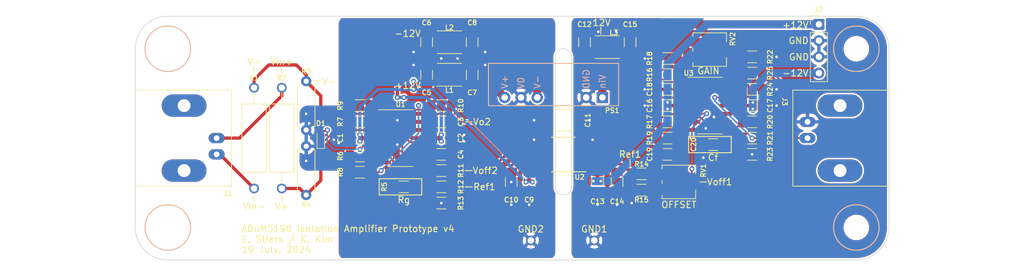
<source format=kicad_pcb>
(kicad_pcb (version 20221018) (generator pcbnew)

  (general
    (thickness 1.6)
  )

  (paper "A4")
  (layers
    (0 "F.Cu" signal)
    (31 "B.Cu" signal)
    (32 "B.Adhes" user "B.Adhesive")
    (33 "F.Adhes" user "F.Adhesive")
    (34 "B.Paste" user)
    (35 "F.Paste" user)
    (36 "B.SilkS" user "B.Silkscreen")
    (37 "F.SilkS" user "F.Silkscreen")
    (38 "B.Mask" user)
    (39 "F.Mask" user)
    (40 "Dwgs.User" user "User.Drawings")
    (41 "Cmts.User" user "User.Comments")
    (42 "Eco1.User" user "User.Eco1")
    (43 "Eco2.User" user "User.Eco2")
    (44 "Edge.Cuts" user)
    (45 "Margin" user)
    (46 "B.CrtYd" user "B.Courtyard")
    (47 "F.CrtYd" user "F.Courtyard")
    (48 "B.Fab" user)
    (49 "F.Fab" user)
    (50 "User.1" user)
    (51 "User.2" user)
    (52 "User.3" user)
    (53 "User.4" user)
    (54 "User.5" user)
    (55 "User.6" user)
    (56 "User.7" user)
    (57 "User.8" user)
    (58 "User.9" user)
  )

  (setup
    (stackup
      (layer "F.SilkS" (type "Top Silk Screen"))
      (layer "F.Paste" (type "Top Solder Paste"))
      (layer "F.Mask" (type "Top Solder Mask") (thickness 0.01))
      (layer "F.Cu" (type "copper") (thickness 0.035))
      (layer "dielectric 1" (type "core") (thickness 1.51) (material "FR4") (epsilon_r 4.5) (loss_tangent 0.02))
      (layer "B.Cu" (type "copper") (thickness 0.035))
      (layer "B.Mask" (type "Bottom Solder Mask") (thickness 0.01))
      (layer "B.Paste" (type "Bottom Solder Paste"))
      (layer "B.SilkS" (type "Bottom Silk Screen"))
      (copper_finish "None")
      (dielectric_constraints no)
    )
    (pad_to_mask_clearance 0)
    (pcbplotparams
      (layerselection 0x00010fc_ffffffff)
      (plot_on_all_layers_selection 0x0000000_00000000)
      (disableapertmacros false)
      (usegerberextensions false)
      (usegerberattributes true)
      (usegerberadvancedattributes true)
      (creategerberjobfile true)
      (dashed_line_dash_ratio 12.000000)
      (dashed_line_gap_ratio 3.000000)
      (svgprecision 4)
      (plotframeref false)
      (viasonmask false)
      (mode 1)
      (useauxorigin false)
      (hpglpennumber 1)
      (hpglpenspeed 20)
      (hpglpendiameter 15.000000)
      (dxfpolygonmode true)
      (dxfimperialunits true)
      (dxfusepcbnewfont true)
      (psnegative false)
      (psa4output false)
      (plotreference true)
      (plotvalue true)
      (plotinvisibletext false)
      (sketchpadsonfab false)
      (subtractmaskfromsilk false)
      (outputformat 1)
      (mirror false)
      (drillshape 1)
      (scaleselection 1)
      (outputdirectory "")
    )
  )

  (net 0 "")
  (net 1 "GND1")
  (net 2 "+12L")
  (net 3 "+12V")
  (net 4 "-12V")
  (net 5 "Net-(PS1-+V)")
  (net 6 "Net-(PS1--V)")
  (net 7 "Net-(U2-Vreg2)")
  (net 8 "Net-(PS1-Vin)")
  (net 9 "Net-(U2-Vreg1)")
  (net 10 "Net-(U3C-+)")
  (net 11 "Net-(U3C--)")
  (net 12 "-12VA")
  (net 13 "Net-(U1C-+)")
  (net 14 "Net-(U2-Ref1)")
  (net 15 "Net-(U3A--)")
  (net 16 "Net-(U3B--)")
  (net 17 "Net-(U3D-+)")
  (net 18 "Net-(U3D--)")
  (net 19 "Net-(J3-In)")
  (net 20 "Net-(U1D-+)")
  (net 21 "Net-(R6-Pad2)")
  (net 22 "Net-(R7-Pad2)")
  (net 23 "Net-(U1B--)")
  (net 24 "Net-(U1A--)")
  (net 25 "unconnected-(RV2-Pad1)")
  (net 26 "unconnected-(U2-NC-Pad5)")
  (net 27 "unconnected-(U2-EAout2-Pad6)")
  (net 28 "Net-(U2-Comp)")
  (net 29 "GND2")
  (net 30 "/Vdiff1")
  (net 31 "/Vlp1")
  (net 32 "/Vo2")
  (net 33 "/Voff2")
  (net 34 "/Vin+")
  (net 35 "/Vin-")
  (net 36 "Net-(U2-Ref2)")
  (net 37 "/Voff1")
  (net 38 "/Vin1")
  (net 39 "Net-(U1D--)")
  (net 40 "Net-(R14-Pad2)")
  (net 41 "Net-(R15-Pad2)")
  (net 42 "Net-(R24-Pad2)")
  (net 43 "/V-")
  (net 44 "/V+")

  (footprint "_es_RLC:R_THT_1W" (layer "F.Cu") (at 105.918 93.98 -90))

  (footprint "Resistor_SMD:R_1206_3216Metric_Pad1.30x1.75mm_HandSolder" (layer "F.Cu") (at 162.052 99.568))

  (footprint "MountingHole:MountingHole_3.5mm" (layer "F.Cu") (at 88.138 107.95))

  (footprint "Resistor_SMD:R_1206_3216Metric_Pad1.30x1.75mm_HandSolder" (layer "F.Cu") (at 118.11 91.44 180))

  (footprint "Resistor_SMD:R_1206_3216Metric_Pad1.30x1.75mm_HandSolder" (layer "F.Cu") (at 130.81 101.6))

  (footprint "Resistor_SMD:R_1206_3216Metric_Pad1.30x1.75mm_HandSolder" (layer "F.Cu") (at 135.636 84.074 -90))

  (footprint "Resistor_SMD:R_1206_3216Metric_Pad1.30x1.75mm_HandSolder" (layer "F.Cu") (at 179.324 83.82))

  (footprint "Capacitor_SMD:C_1206_3216Metric_Pad1.33x1.80mm_HandSolder" (layer "F.Cu") (at 144.526 100.838 90))

  (footprint "Capacitor_SMD:C_1206_3216Metric_Pad1.33x1.80mm_HandSolder" (layer "F.Cu") (at 155.194 100.838 -90))

  (footprint "_es_RLC:L_Murata_82473C" (layer "F.Cu") (at 132.08 78.994 180))

  (footprint "Resistor_SMD:R_1206_3216Metric_Pad1.30x1.75mm_HandSolder" (layer "F.Cu") (at 130.81 104.14 180))

  (footprint "_es_RLC:R_THT_1W" (layer "F.Cu") (at 101.6 93.98 90))

  (footprint "_es_RLC:Potentiometer_Nidec_ST4_Vertical" (layer "F.Cu") (at 172.688 80.144 180))

  (footprint "Resistor_SMD:R_1206_3216Metric_Pad1.30x1.75mm_HandSolder" (layer "F.Cu") (at 124.968 101.6 180))

  (footprint "_es_Mechanical:40mil PTH" (layer "F.Cu") (at 144.78 109.982))

  (footprint "Capacitor_SMD:C_1206_3216Metric_Pad1.33x1.80mm_HandSolder" (layer "F.Cu") (at 130.81 96.52))

  (footprint "Resistor_SMD:R_1206_3216Metric_Pad1.30x1.75mm_HandSolder" (layer "F.Cu") (at 153.162 78.994 -90))

  (footprint "MountingHole:MountingHole_3.5mm" (layer "F.Cu") (at 195.58 80.01))

  (footprint "Resistor_SMD:R_1206_3216Metric_Pad1.30x1.75mm_HandSolder" (layer "F.Cu") (at 128.524 78.994 -90))

  (footprint "Resistor_SMD:R_1206_3216Metric_Pad1.30x1.75mm_HandSolder" (layer "F.Cu") (at 160.274 78.994 -90))

  (footprint "Connector_PinHeader_2.54mm:PinHeader_1x04_P2.54mm_Vertical" (layer "F.Cu") (at 189.738 76.2))

  (footprint "Capacitor_SMD:C_1206_3216Metric_Pad1.33x1.80mm_HandSolder" (layer "F.Cu") (at 179.2855 88.9))

  (footprint "Resistor_SMD:R_1206_3216Metric_Pad1.30x1.75mm_HandSolder" (layer "F.Cu") (at 166.116 93.98))

  (footprint "Resistor_SMD:R_1206_3216Metric_Pad1.30x1.75mm_HandSolder" (layer "F.Cu") (at 118.11 88.9))

  (footprint "Resistor_SMD:R_1206_3216Metric_Pad1.30x1.75mm_HandSolder" (layer "F.Cu") (at 130.81 88.9))

  (footprint "Resistor_SMD:R_1206_3216Metric_Pad1.30x1.75mm_HandSolder" (layer "F.Cu") (at 179.324 91.44))

  (footprint "Capacitor_SMD:C_1206_3216Metric_Pad1.33x1.80mm_HandSolder" (layer "F.Cu") (at 166.116 88.9))

  (footprint "Capacitor_SMD:C_1206_3216Metric_Pad1.33x1.80mm_HandSolder" (layer "F.Cu") (at 130.81 93.98))

  (footprint "Capacitor_SMD:C_1206_3216Metric_Pad1.33x1.80mm_HandSolder" (layer "F.Cu") (at 118.11 93.98))

  (footprint "Package_SO:QSOP-16_3.9x4.9mm_P0.635mm" (layer "F.Cu") (at 149.86 96.52 180))

  (footprint "_es_Power Supply:CUI PEME1-S DC-DC Converter" (layer "F.Cu") (at 155.956 87.63 180))

  (footprint "Resistor_SMD:R_1206_3216Metric_Pad1.30x1.75mm_HandSolder" (layer "F.Cu") (at 179.324 93.98))

  (footprint "Capacitor_SMD:C_1206_3216Metric_Pad1.33x1.80mm_HandSolder" (layer "F.Cu") (at 166.116 86.36 180))

  (footprint "Resistor_SMD:R_1206_3216Metric_Pad1.30x1.75mm_HandSolder" (layer "F.Cu") (at 162.052 102.108))

  (footprint "Capacitor_SMD:C_1206_3216Metric_Pad1.33x1.80mm_HandSolder" (layer "F.Cu") (at 173.228 94.996))

  (footprint "Resistor_SMD:R_1206_3216Metric_Pad1.30x1.75mm_HandSolder" (layer "F.Cu") (at 179.324 81.28 180))

  (footprint "Resistor_SMD:R_1206_3216Metric_Pad1.30x1.75mm_HandSolder" (layer "F.Cu") (at 128.524 84.074 -90))

  (footprint "Package_SO:SOIC-14_3.9x8.7mm_P1.27mm" (layer "F.Cu") (at 172.72 88.9))

  (footprint "Resistor_SMD:R_1812_4532Metric_Pad1.30x3.40mm_HandSolder" (layer "F.Cu") (at 149.86 91.186))

  (footprint "Capacitor_SMD:C_1206_3216Metric_Pad1.33x1.80mm_HandSolder" (layer "F.Cu") (at 130.81 91.44))

  (footprint "Resistor_SMD:R_1206_3216Metric_Pad1.30x1.75mm_HandSolder" (layer "F.Cu") (at 166.09 84.074 180))

  (footprint "Capacitor_SMD:C_1206_3216Metric_Pad1.33x1.80mm_HandSolder" (layer "F.Cu") (at 166.116 96.52))

  (footprint "_es_Connector:BNC_Horizontal_ThruHole" (layer "F.Cu") (at 95.758 93.98 90))

  (footprint "MountingHole:MountingHole_3.5mm" (layer "F.Cu") (at 195.58 107.95))

  (footprint "_es_RLC:Potentiometer_Nidec_ST4_Vertical" (layer "F.Cu") (at 167.894 100.838 180))

  (footprint "Resistor_SMD:R_1206_3216Metric_Pad1.30x1.75mm_HandSolder" (layer "F.Cu") (at 135.636 78.994 -90))

  (footprint "Resistor_SMD:R_1206_3216Metric_Pad1.30x1.75mm_HandSolder" (layer "F.Cu") (at 166.116 81.534 180))

  (footprint "Resistor_SMD:R_1206_3216Metric_Pad1.30x1.75mm_HandSolder" (layer "F.Cu") (at 118.11 96.774 180))

  (footprint "Package_SO:SOIC-14_3.9x8.7mm_P1.27mm" (layer "F.Cu") (at 124.46 93.98))

  (footprint "_es_Connector:BNC_Horizontal_ThruHole" (layer "F.Cu") (at 187.96 93.98 -90))

  (footprint "Resistor_SMD:R_1206_3216Metric_Pad1.30x1.75mm_HandSolder" (layer "F.Cu") (at 179.324 86.36 180))

  (footprint "MountingHole:MountingHole_3.5mm" (layer "F.Cu") (at 88.138 80.01))

  (footprint "Resistor_SMD:R_1206_3216Metric_Pad1.30x1.75mm_HandSolder" (layer "F.Cu")
    (tstamp e5748e3a-6bf3-4f08-8751-3dded6d76cd9)
    (at 179.324 96.52)
    (descr "Resistor SMD 1206 (3216 Metric), square (rectangular) end terminal, IPC_7351 nominal with elongated pad for handsoldering. (Body size source: IPC-SM-782 page 72, https://www.pcb-3d.com/wordpress/wp-content/uploads/ipc-sm-782a_amendment_1_and_2.pdf), generated with kicad-footprint-generator")
    (tags "resistor handsolder")
    (property "MPN" "RMCF1206FT20K0")
    (property "Sheetfile" "Isoamp v4 prototype.kicad_sch")
    (property "Sheetname" "")
    (property "ki_description" "Resistor, small US symbol")
    (property "ki_keywords" "r resistor")
    (path "/7e3df3ba-e177-4c8d-b4b6-09c5501e04cc")
    (attr smd)
    (fp_text reference "R23" (at 2.794 0 90) (layer "F.SilkS")
        (effects (font (size 0.762 0.762) (thickness 0.1524)))
      (tstamp f8326261-696d-4ff4-8b38-b7294dbb42ed)
    )
    (fp_text value "20k" (at 0 1.82) (layer "F.Fab")
        (effects (font (size 1 1) (thickness 0.15)))
      (tstamp 0ab97000-91e2-40ef-8d31-a93bfa28aa80)
    )
    (fp_text user "${REFERENCE}" (at 0 0) (layer "F.Fab")
        (effects (font (size 0.8 0.8) (thickness 0.12)))
      (tstamp 1a1d2983-80e5-425b-9a5e-f5c465c06d7f)
    )
    (fp_line (start -0.727064 -0.91) (end 0.727064 -0.91)
      (stroke (width 0.12) (type solid)) (layer "F.SilkS") (tstamp 061c94ca-446d-42e0-ba8e-35277c5bcec1))
    (fp_line (start -0.727064 0.91) (end 0.727064 0.91)
      (stroke (width 0.12) (type solid)) (layer "F.SilkS") (tstamp f9f237b6-3e4a-4760-866f-210fb2dda050))
    (fp_line (start -2.45 -1.12) (end 2.45 -1.12)
      (stroke (width 0.05) (type solid)) (layer "F.CrtYd") (tstamp 3913ffb2-c309-450c-9cfe-d835997fba6c))
    (fp_line (start -2.45 1.12) (end -2.45 -1.12)
      (stroke (width 0.05) (type solid)) (layer "F.CrtYd") (tstamp 3f45ccc9-48e1-47dd-b4a2-3b342049fa72))
    (fp_line (start 2.45 -1.12) (end 2.45 1.12)
      (stroke (width 0.05) (type solid)) (layer "F.CrtYd") (tstamp b374b703-470b-4f49-986c-aafebeaa44f8))
    (fp_line (start 2.45 1.12) (end -2.45 1.12)
      (stroke (width 0.05) (type solid)) (layer "F.CrtYd") (tstamp e9bb84fc-a92b-47e6-8d94-1fd4d4714fa1))
    (fp_line (start -1.6 -0.8) (end 1.6 -0.8)
      (stroke (width 0.1) (type solid)) (layer "F.Fab") (tstamp 9b513780-2e95-4fcc-8680-f3edfabf7e31))
    (fp_line (s
... [391080 chars truncated]
</source>
